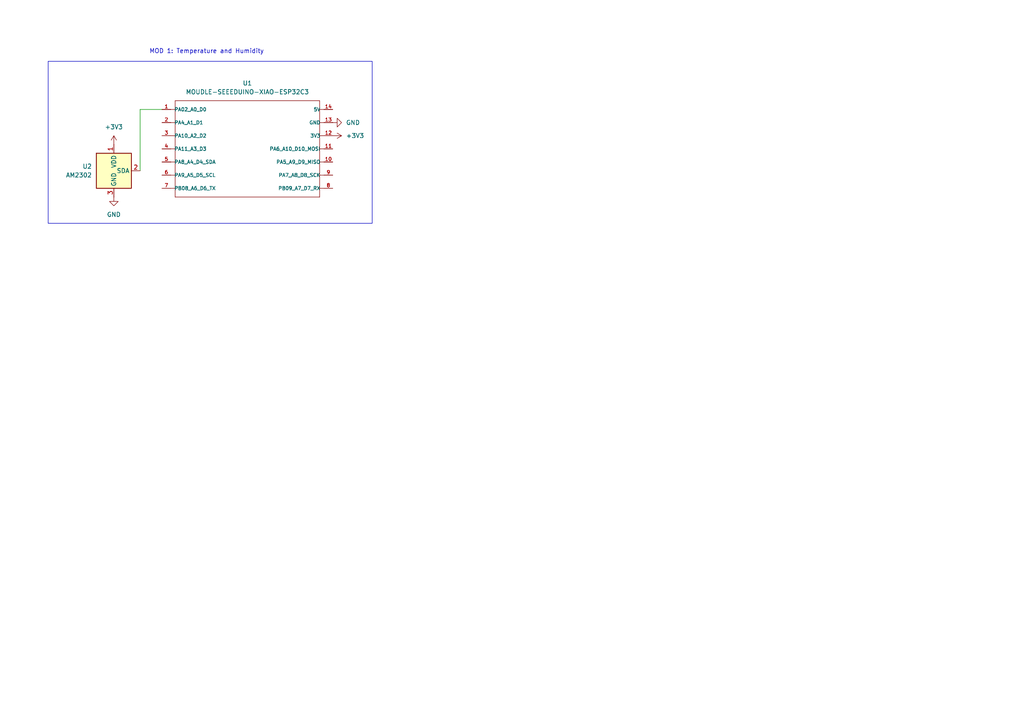
<source format=kicad_sch>
(kicad_sch (version 20250114) (generator "eeschema") (generator_version "9.0")
  (paper "A4")
  (lib_symbols
    (symbol "Sensor:AM2302"
      (property "Reference" "U" (at -3.81 6.35 0))
      (property "Value" "AM2302" (at 3.81 6.35 0))
      (symbol "AM2302_0_1"
        (rectangle (start -5.08 5.08) (end 5.08 -5.08) (stroke (width 0.254)) (fill (type background)))
      )
      (symbol "AM2302_1_1"
        (pin power_in line (at 0 7.62 270) (length 2.54) (name "VDD") (number "1"))
        (pin power_in line (at 0 -7.62 90) (length 2.54) (name "GND") (number "3"))
        (pin passive line (at 0 -7.62 90) (length 2.54) (hide yes) (name "GND") (number "4"))
        (pin bidirectional line (at 7.62 0 180) (length 2.54) (name "SDA") (number "2"))
      )
    )
    (symbol "power:+3V3" (power) (pin_numbers (hide yes)) (pin_names (offset 0) (hide yes))
      (property "Value" "+3V3" (at 0 3.556 0))
      (symbol "+3V3_0_1"
        (polyline (pts (xy -0.762 1.27) (xy 0 2.54)))
        (polyline (pts (xy 0 2.54) (xy 0.762 1.27)))
        (polyline (pts (xy 0 0) (xy 0 2.54)))
      )
      (symbol "+3V3_1_1"
        (pin power_in line (at 0 0 90) (length 0) (name "~") (number "1"))
      )
    )
    (symbol "power:GND" (power) (pin_numbers (hide yes)) (pin_names (offset 0) (hide yes))
      (property "Value" "GND" (at 0 -3.81 0))
      (symbol "GND_0_1"
        (polyline (pts (xy 0 0) (xy 0 -1.27) (xy 1.27 -1.27) (xy 0 -2.54) (xy -1.27 -1.27) (xy 0 -1.27)))
      )
      (symbol "GND_1_1"
        (pin power_in line (at 0 0 270) (length 0) (name "~") (number "1"))
      )
    )
    (symbol "xiao:MOUDLE-SEEEDUINO-XIAO-ESP32C3" (pin_names (offset 1.016))
      (property "Reference" "U" (at -21.59 15.24 0))
      (property "Value" "MOUDLE-SEEEDUINO-XIAO-ESP32C3" (at -21.59 13.97 0))
      (symbol "MOUDLE-SEEEDUINO-XIAO-ESP32C3_0_0"
        (polyline (pts (xy -21.59 13.97) (xy 20.32 13.97)) (stroke (width 0.1524)))
        (polyline (pts (xy -21.59 11.43) (xy -22.86 11.43)) (stroke (width 0.1524)))
        (polyline (pts (xy -21.59 11.43) (xy -21.59 13.97)) (stroke (width 0.1524)))
        (polyline (pts (xy -21.59 7.62) (xy -22.86 7.62)) (stroke (width 0.1524)))
        (polyline (pts (xy -21.59 7.62) (xy -21.59 11.43)) (stroke (width 0.1524)))
        (polyline (pts (xy -21.59 3.81) (xy -22.86 3.81)) (stroke (width 0.1524)))
        (polyline (pts (xy -21.59 3.81) (xy -21.59 7.62)) (stroke (width 0.1524)))
        (polyline (pts (xy -21.59 0) (xy -22.86 0)) (stroke (width 0.1524)))
        (polyline (pts (xy -21.59 0) (xy -21.59 3.81)) (stroke (width 0.1524)))
        (polyline (pts (xy -21.59 -3.81) (xy -22.86 -3.81)) (stroke (width 0.1524)))
        (polyline (pts (xy -21.59 -7.62) (xy -22.86 -7.62)) (stroke (width 0.1524)))
        (polyline (pts (xy -21.59 -11.43) (xy -22.86 -11.43)) (stroke (width 0.1524)))
        (polyline (pts (xy -21.59 -13.97) (xy -21.59 0)) (stroke (width 0.1524)))
        (polyline (pts (xy 20.32 13.97) (xy 20.32 11.43)) (stroke (width 0.1524)))
        (polyline (pts (xy 20.32 11.43) (xy 20.32 7.62)) (stroke (width 0.1524)))
        (polyline (pts (xy 20.32 7.62) (xy 20.32 3.81)) (stroke (width 0.1524)))
        (polyline (pts (xy 20.32 3.81) (xy 20.32 -13.97)) (stroke (width 0.1524)))
        (polyline (pts (xy 20.32 -13.97) (xy -21.59 -13.97)) (stroke (width 0.1524)))
        (polyline (pts (xy 21.59 11.43) (xy 20.32 11.43)) (stroke (width 0.1524)))
        (polyline (pts (xy 21.59 7.62) (xy 20.32 7.62)) (stroke (width 0.1524)))
        (polyline (pts (xy 21.59 3.81) (xy 20.32 3.81)) (stroke (width 0.1524)))
        (polyline (pts (xy 21.59 0) (xy 20.32 0)) (stroke (width 0.1524)))
        (polyline (pts (xy 21.59 -3.81) (xy 20.32 -3.81)) (stroke (width 0.1524)))
        (polyline (pts (xy 21.59 -7.62) (xy 20.32 -7.62)) (stroke (width 0.1524)))
        (polyline (pts (xy 21.59 -11.43) (xy 20.32 -11.43)) (stroke (width 0.1524)))
        (pin bidirectional line (at -25.4 11.43 0) (length 2.54) (name "PA02_A0_D0") (number "1"))
        (pin bidirectional line (at -25.4 7.62 0) (length 2.54) (name "PA4_A1_D1") (number "2"))
        (pin bidirectional line (at -25.4 3.81 0) (length 2.54) (name "PA10_A2_D2") (number "3"))
        (pin bidirectional line (at -25.4 0 0) (length 2.54) (name "PA11_A3_D3") (number "4"))
        (pin bidirectional line (at -25.4 -3.81 0) (length 2.54) (name "PA8_A4_D4_SDA") (number "5"))
        (pin bidirectional line (at -25.4 -7.62 0) (length 2.54) (name "PA9_A5_D5_SCL") (number "6"))
        (pin bidirectional line (at -25.4 -11.43 0) (length 2.54) (name "PB08_A6_D6_TX") (number "7"))
        (pin bidirectional line (at 24.13 11.43 180) (length 2.54) (name "5V") (number "14"))
        (pin bidirectional line (at 24.13 7.62 180) (length 2.54) (name "GND") (number "13"))
        (pin bidirectional line (at 24.13 3.81 180) (length 2.54) (name "3V3") (number "12"))
        (pin bidirectional line (at 24.13 0 180) (length 2.54) (name "PA6_A10_D10_MOSI") (number "11"))
        (pin bidirectional line (at 24.13 -3.81 180) (length 2.54) (name "PA5_A9_D9_MISO") (number "10"))
        (pin bidirectional line (at 24.13 -7.62 180) (length 2.54) (name "PA7_A8_D8_SCK") (number "9"))
        (pin bidirectional line (at 24.13 -11.43 180) (length 2.54) (name "PB09_A7_D7_RX") (number "8"))
      )
    )
  )
  (rectangle (start 13.97 17.78) (end 107.95 64.77))
  (text "MOD 1: Temperature and Humidity\n" (at 59.944 14.986 0) (effects (font (size 1.27 1.27))))
  (wire (pts (xy 40.64 49.53) (xy 40.64 31.75)))
  (wire (pts (xy 40.64 31.75) (xy 46.99 31.75)))
  (symbol (lib_id "Sensor:AM2302") (at 33.02 49.53 0) (unit 1)
    (property "Reference" "U2" (at 26.67 48.2599 0) (effects (justify right)))
    (property "Value" "AM2302" (at 26.67 50.7999 0) (effects (justify right)))
    (property "Footprint" "Sensor:ASAIR_AM2302_P2.54mm_Vertical" (effects (hide yes)))
    (property "Datasheet" "http://akizukidenshi.com/download/ds/aosong/AM2302.pdf" (effects (hide yes)))
    (property "Description" "3.3 to 5.0V, Temperature and humidity module,  DHT22, AM2302" (effects (hide yes)))
  )
  (symbol (lib_id "power:GND") (at 33.02 57.15 0) (unit 1)
    (property "Reference" "#PWR04" (effects (hide yes)))
    (property "Value" "GND" (at 33.02 62.23 0))
    (property "Description" "Power symbol creates a global label with name \"GND\" , ground" (effects (hide yes)))
  )
  (symbol (lib_id "power:GND") (at 96.52 35.56 90) (unit 1)
    (property "Reference" "#PWR02" (effects (hide yes)))
    (property "Value" "GND" (at 100.33 35.5599 90) (effects (justify right)))
    (property "Description" "Power symbol creates a global label with name \"GND\" , ground" (effects (hide yes)))
  )
  (symbol (lib_id "power:+3V3") (at 96.52 39.37 270) (unit 1)
    (property "Reference" "#PWR01" (effects (hide yes)))
    (property "Value" "+3V3" (at 100.33 39.3699 90) (effects (justify left)))
    (property "Description" "Power symbol creates a global label with name \"+3V3\"" (effects (hide yes)))
  )
  (symbol (lib_id "xiao:MOUDLE-SEEEDUINO-XIAO-ESP32C3") (at 72.39 43.18 0) (unit 1)
    (property "Reference" "U1" (at 71.755 24.13 0))
    (property "Value" "MOUDLE-SEEEDUINO-XIAO-ESP32C3" (at 71.755 26.67 0))
    (property "Footprint" "XIAO ESP32C3:MOUDLE14P-SMD-2.54-21X17.8MM" (effects (hide yes)))
  )
  (symbol (lib_id "power:+3V3") (at 33.02 41.91 0) (unit 1)
    (property "Reference" "#PWR03" (effects (hide yes)))
    (property "Value" "+3V3" (at 33.02 36.83 0))
    (property "Description" "Power symbol creates a global label with name \"+3V3\"" (effects (hide yes)))
  )
)
</source>
